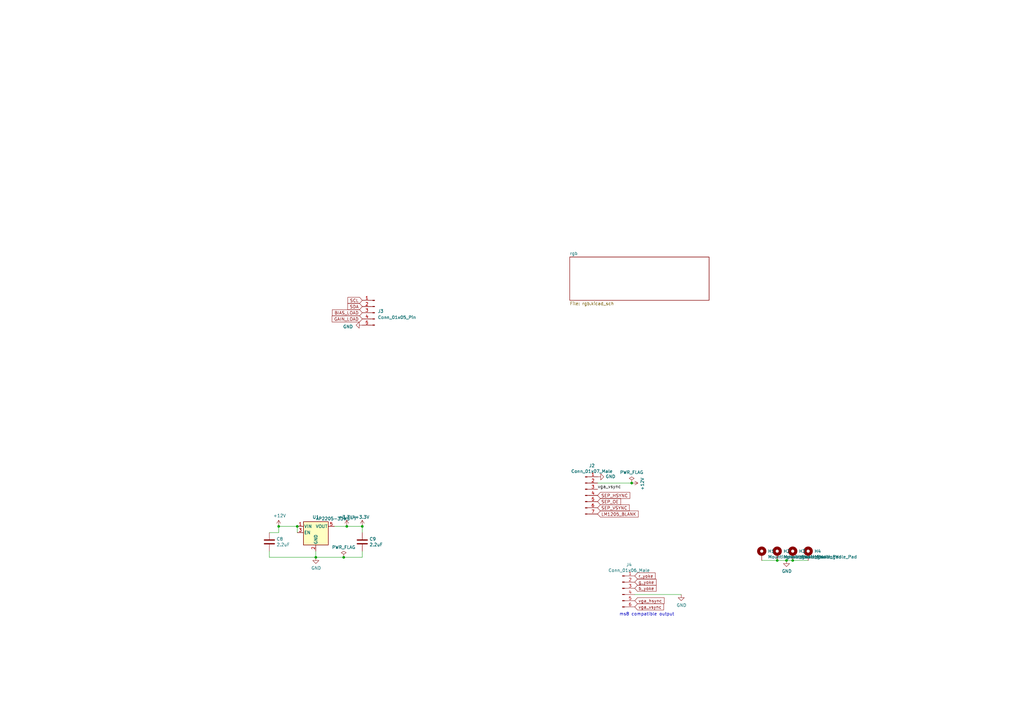
<source format=kicad_sch>
(kicad_sch (version 20230121) (generator eeschema)
  (paper "A3")
  (lib_symbols
    (symbol "Connector:Conn_01x05_Pin" (pin_names (offset 1.016) hide)
      (property "Reference" "J" (at 0 7.62 0))
      (property "Value" "Conn_01x05_Pin" (at 0 -7.62 0))
      (symbol "Conn_01x05_Pin_1_1"
        (polyline (pts (xy 1.27 -5.08) (xy 0.8636 -5.08)) (stroke (width 0.1524)))
        (polyline (pts (xy 1.27 -2.54) (xy 0.8636 -2.54)) (stroke (width 0.1524)))
        (polyline (pts (xy 1.27 0) (xy 0.8636 0)) (stroke (width 0.1524)))
        (polyline (pts (xy 1.27 2.54) (xy 0.8636 2.54)) (stroke (width 0.1524)))
        (polyline (pts (xy 1.27 5.08) (xy 0.8636 5.08)) (stroke (width 0.1524)))
        (rectangle (start 0.8636 -4.953) (end 0 -5.207) (stroke (width 0.1524)) (fill (type outline)))
        (rectangle (start 0.8636 -2.413) (end 0 -2.667) (stroke (width 0.1524)) (fill (type outline)))
        (rectangle (start 0.8636 0.127) (end 0 -0.127) (stroke (width 0.1524)) (fill (type outline)))
        (rectangle (start 0.8636 2.667) (end 0 2.413) (stroke (width 0.1524)) (fill (type outline)))
        (rectangle (start 0.8636 5.207) (end 0 4.953) (stroke (width 0.1524)) (fill (type outline)))
        (pin passive line (at 5.08 5.08 180) (length 3.81) (name "Pin_1") (number "1"))
        (pin passive line (at 5.08 2.54 180) (length 3.81) (name "Pin_2") (number "2"))
        (pin passive line (at 5.08 0 180) (length 3.81) (name "Pin_3") (number "3"))
        (pin passive line (at 5.08 -2.54 180) (length 3.81) (name "Pin_4") (number "4"))
        (pin passive line (at 5.08 -5.08 180) (length 3.81) (name "Pin_5") (number "5"))
      )
    )
    (symbol "Connector:Conn_01x06_Male" (pin_names (offset 1.016) hide)
      (property "Reference" "J" (at 0 7.62 0))
      (property "Value" "Conn_01x06_Male" (at 0 -10.16 0))
      (symbol "Conn_01x06_Male_1_1"
        (polyline (pts (xy 1.27 -7.62) (xy 0.8636 -7.62)) (stroke (width 0.1524)))
        (polyline (pts (xy 1.27 -5.08) (xy 0.8636 -5.08)) (stroke (width 0.1524)))
        (polyline (pts (xy 1.27 -2.54) (xy 0.8636 -2.54)) (stroke (width 0.1524)))
        (polyline (pts (xy 1.27 0) (xy 0.8636 0)) (stroke (width 0.1524)))
        (polyline (pts (xy 1.27 2.54) (xy 0.8636 2.54)) (stroke (width 0.1524)))
        (polyline (pts (xy 1.27 5.08) (xy 0.8636 5.08)) (stroke (width 0.1524)))
        (rectangle (start 0.8636 -7.493) (end 0 -7.747) (stroke (width 0.1524)) (fill (type outline)))
        (rectangle (start 0.8636 -4.953) (end 0 -5.207) (stroke (width 0.1524)) (fill (type outline)))
        (rectangle (start 0.8636 -2.413) (end 0 -2.667) (stroke (width 0.1524)) (fill (type outline)))
        (rectangle (start 0.8636 0.127) (end 0 -0.127) (stroke (width 0.1524)) (fill (type outline)))
        (rectangle (start 0.8636 2.667) (end 0 2.413) (stroke (width 0.1524)) (fill (type outline)))
        (rectangle (start 0.8636 5.207) (end 0 4.953) (stroke (width 0.1524)) (fill (type outline)))
        (pin passive line (at 5.08 5.08 180) (length 3.81) (name "Pin_1") (number "1"))
        (pin passive line (at 5.08 2.54 180) (length 3.81) (name "Pin_2") (number "2"))
        (pin passive line (at 5.08 0 180) (length 3.81) (name "Pin_3") (number "3"))
        (pin passive line (at 5.08 -2.54 180) (length 3.81) (name "Pin_4") (number "4"))
        (pin passive line (at 5.08 -5.08 180) (length 3.81) (name "Pin_5") (number "5"))
        (pin passive line (at 5.08 -7.62 180) (length 3.81) (name "Pin_6") (number "6"))
      )
    )
    (symbol "Connector:Conn_01x07_Male" (pin_names (offset 1.016) hide)
      (property "Reference" "J" (at 0 10.16 0))
      (property "Value" "Conn_01x07_Male" (at 0 -10.16 0))
      (symbol "Conn_01x07_Male_1_1"
        (polyline (pts (xy 1.27 -7.62) (xy 0.8636 -7.62)) (stroke (width 0.1524)))
        (polyline (pts (xy 1.27 -5.08) (xy 0.8636 -5.08)) (stroke (width 0.1524)))
        (polyline (pts (xy 1.27 -2.54) (xy 0.8636 -2.54)) (stroke (width 0.1524)))
        (polyline (pts (xy 1.27 0) (xy 0.8636 0)) (stroke (width 0.1524)))
        (polyline (pts (xy 1.27 2.54) (xy 0.8636 2.54)) (stroke (width 0.1524)))
        (polyline (pts (xy 1.27 5.08) (xy 0.8636 5.08)) (stroke (width 0.1524)))
        (polyline (pts (xy 1.27 7.62) (xy 0.8636 7.62)) (stroke (width 0.1524)))
        (rectangle (start 0.8636 -7.493) (end 0 -7.747) (stroke (width 0.1524)) (fill (type outline)))
        (rectangle (start 0.8636 -4.953) (end 0 -5.207) (stroke (width 0.1524)) (fill (type outline)))
        (rectangle (start 0.8636 -2.413) (end 0 -2.667) (stroke (width 0.1524)) (fill (type outline)))
        (rectangle (start 0.8636 0.127) (end 0 -0.127) (stroke (width 0.1524)) (fill (type outline)))
        (rectangle (start 0.8636 2.667) (end 0 2.413) (stroke (width 0.1524)) (fill (type outline)))
        (rectangle (start 0.8636 5.207) (end 0 4.953) (stroke (width 0.1524)) (fill (type outline)))
        (rectangle (start 0.8636 7.747) (end 0 7.493) (stroke (width 0.1524)) (fill (type outline)))
        (pin passive line (at 5.08 7.62 180) (length 3.81) (name "Pin_1") (number "1"))
        (pin passive line (at 5.08 5.08 180) (length 3.81) (name "Pin_2") (number "2"))
        (pin passive line (at 5.08 2.54 180) (length 3.81) (name "Pin_3") (number "3"))
        (pin passive line (at 5.08 0 180) (length 3.81) (name "Pin_4") (number "4"))
        (pin passive line (at 5.08 -2.54 180) (length 3.81) (name "Pin_5") (number "5"))
        (pin passive line (at 5.08 -5.08 180) (length 3.81) (name "Pin_6") (number "6"))
        (pin passive line (at 5.08 -7.62 180) (length 3.81) (name "Pin_7") (number "7"))
      )
    )
    (symbol "Device:C" (pin_numbers hide) (pin_names (offset 0.254))
      (property "Reference" "C" (at 0.635 2.54 0))
      (property "Value" "C" (at 0.635 -2.54 0))
      (symbol "C_0_1"
        (polyline (pts (xy -2.032 -0.762) (xy 2.032 -0.762)) (stroke (width 0.508)))
        (polyline (pts (xy -2.032 0.762) (xy 2.032 0.762)) (stroke (width 0.508)))
      )
      (symbol "C_1_1"
        (pin passive line (at 0 3.81 270) (length 2.794) (name "~") (number "1"))
        (pin passive line (at 0 -3.81 90) (length 2.794) (name "~") (number "2"))
      )
    )
    (symbol "Mechanical:MountingHole_Pad" (pin_numbers hide) (pin_names (offset 1.016) hide)
      (property "Reference" "H" (at 0 6.35 0))
      (property "Value" "MountingHole_Pad" (at 0 4.445 0))
      (symbol "MountingHole_Pad_0_1"
        (circle (center 0 1.27) (radius 1.27) (stroke (width 1.27)))
      )
      (symbol "MountingHole_Pad_1_1"
        (pin input line (at 0 -2.54 90) (length 2.54) (name "1") (number "1"))
      )
    )
    (symbol "Regulator_Linear:AP2204K-3.3" (pin_names (offset 0.254))
      (property "Reference" "U" (at -5.08 5.715 0))
      (property "Value" "AP2204K-3.3" (at 0 5.715 0))
      (symbol "AP2204K-3.3_0_1"
        (rectangle (start -5.08 4.445) (end 5.08 -5.08) (stroke (width 0.254)) (fill (type background)))
      )
      (symbol "AP2204K-3.3_1_1"
        (pin power_in line (at -7.62 2.54 0) (length 2.54) (name "VIN") (number "1"))
        (pin power_in line (at 0 -7.62 90) (length 2.54) (name "GND") (number "2"))
        (pin input line (at -7.62 0 0) (length 2.54) (name "EN") (number "3"))
        (pin no_connect line (at 5.08 0 180) (length 2.54) hide (name "NC") (number "4"))
        (pin power_out line (at 7.62 2.54 180) (length 2.54) (name "VOUT") (number "5"))
      )
    )
    (symbol "power:+12V" (power) (pin_names (offset 0))
      (property "Value" "+12V" (at 0 3.556 0))
      (symbol "+12V_0_1"
        (polyline (pts (xy -0.762 1.27) (xy 0 2.54)))
        (polyline (pts (xy 0 0) (xy 0 2.54)))
        (polyline (pts (xy 0 2.54) (xy 0.762 1.27)))
      )
      (symbol "+12V_1_1"
        (pin power_in line (at 0 0 90) (length 0) hide (name "+12V") (number "1"))
      )
    )
    (symbol "power:+3.3V" (power) (pin_names (offset 0))
      (property "Value" "+3.3V" (at 0 3.556 0))
      (symbol "+3.3V_0_1"
        (polyline (pts (xy -0.762 1.27) (xy 0 2.54)))
        (polyline (pts (xy 0 0) (xy 0 2.54)))
        (polyline (pts (xy 0 2.54) (xy 0.762 1.27)))
      )
      (symbol "+3.3V_1_1"
        (pin power_in line (at 0 0 90) (length 0) hide (name "+3.3V") (number "1"))
      )
    )
    (symbol "power:+3.3VA" (power) (pin_names (offset 0))
      (property "Value" "+3.3VA" (at 0 3.556 0))
      (symbol "+3.3VA_0_1"
        (polyline (pts (xy -0.762 1.27) (xy 0 2.54)))
        (polyline (pts (xy 0 0) (xy 0 2.54)))
        (polyline (pts (xy 0 2.54) (xy 0.762 1.27)))
      )
      (symbol "+3.3VA_1_1"
        (pin power_in line (at 0 0 90) (length 0) hide (name "+3.3VA") (number "1"))
      )
    )
    (symbol "power:GND" (power) (pin_names (offset 0))
      (property "Value" "GND" (at 0 -3.81 0))
      (symbol "GND_0_1"
        (polyline (pts (xy 0 0) (xy 0 -1.27) (xy 1.27 -1.27) (xy 0 -2.54) (xy -1.27 -1.27) (xy 0 -1.27)))
      )
      (symbol "GND_1_1"
        (pin power_in line (at 0 0 270) (length 0) hide (name "GND") (number "1"))
      )
    )
    (symbol "power:PWR_FLAG" (power) (pin_numbers hide) (pin_names (offset 0) hide)
      (property "Value" "PWR_FLAG" (at 0 3.81 0))
      (symbol "PWR_FLAG_0_0"
        (pin power_out line (at 0 0 90) (length 0) (name "pwr") (number "1"))
      )
      (symbol "PWR_FLAG_0_1"
        (polyline (pts (xy 0 0) (xy 0 1.27) (xy -1.016 1.905) (xy 0 2.54) (xy 1.016 1.905) (xy 0 1.27)))
      )
    )
  )
  (junction (at 129.54 228.6))
  (junction (at 140.97 228.6))
  (junction (at 114.3 215.9))
  (junction (at 318.77 229.87))
  (junction (at 121.92 215.9))
  (junction (at 142.24 215.9))
  (junction (at 325.12 229.87))
  (junction (at 148.59 215.9))
  (junction (at 259.08 198.12))
  (junction (at 322.58 229.87))
  (wire (pts (xy 140.97 228.6) (xy 148.59 228.6)))
  (wire (pts (xy 114.3 215.9) (xy 121.92 215.9)))
  (wire (pts (xy 318.77 229.87) (xy 322.58 229.87)))
  (wire (pts (xy 260.35 243.84) (xy 279.4 243.84)))
  (wire (pts (xy 259.08 198.12) (xy 245.11 198.12)))
  (wire (pts (xy 110.49 228.6) (xy 129.54 228.6)))
  (wire (pts (xy 129.54 228.6) (xy 140.97 228.6)))
  (wire (pts (xy 142.24 215.9) (xy 148.59 215.9)))
  (wire (pts (xy 331.47 229.87) (xy 325.12 229.87)))
  (wire (pts (xy 110.49 228.6) (xy 110.49 226.06)))
  (wire (pts (xy 148.59 228.6) (xy 148.59 226.06)))
  (wire (pts (xy 129.54 226.06) (xy 129.54 228.6)))
  (wire (pts (xy 322.58 229.87) (xy 325.12 229.87)))
  (wire (pts (xy 312.42 229.87) (xy 318.77 229.87)))
  (wire (pts (xy 137.16 215.9) (xy 142.24 215.9)))
  (wire (pts (xy 148.59 215.9) (xy 148.59 218.44)))
  (wire (pts (xy 110.49 218.44) (xy 114.3 218.44)))
  (wire (pts (xy 114.3 215.9) (xy 114.3 218.44)))
  (wire (pts (xy 121.92 215.9) (xy 121.92 218.44)))
  (text "ms8 compatible output" (at 254 252.73 0) (effects (font (size 1.27 1.27)) (justify left bottom)))
  (label "vga_vsync" (at 245.11 200.66 0))
  (global_label "b_yoke" (shape input) (at 260.35 241.3 0) (property "Intersheetrefs" "${INTERSHEET_REFS}" (effects hide)))
  (global_label "GAIN_LOAD" (shape input) (at 148.59 130.81 180) (property "Intersheetrefs" "${INTERSHEET_REFS}" (effects hide)))
  (global_label "SEP_HSYNC" (shape input) (at 245.11 203.2 0) (property "Intersheetrefs" "${INTERSHEET_REFS}" (effects hide)))
  (global_label "SDA" (shape input) (at 148.59 125.73 180) (property "Intersheetrefs" "${INTERSHEET_REFS}" (effects hide)))
  (global_label "BIAS_LOAD" (shape input) (at 148.59 128.27 180) (property "Intersheetrefs" "${INTERSHEET_REFS}" (effects hide)))
  (global_label "LM1205_BLANK" (shape input) (at 245.11 210.82 0) (property "Intersheetrefs" "${INTERSHEET_REFS}" (effects hide)))
  (global_label "SCL" (shape input) (at 148.59 123.19 180) (property "Intersheetrefs" "${INTERSHEET_REFS}" (effects hide)))
  (global_label "g_yoke" (shape input) (at 260.35 238.76 0) (property "Intersheetrefs" "${INTERSHEET_REFS}" (effects hide)))
  (global_label "vga_vsync" (shape input) (at 260.35 248.92 0) (property "Intersheetrefs" "${INTERSHEET_REFS}" (effects hide)))
  (global_label "SEP_OE" (shape input) (at 245.11 205.74 0) (property "Intersheetrefs" "${INTERSHEET_REFS}" (effects hide)))
  (global_label "r_yoke" (shape input) (at 260.35 236.22 0) (property "Intersheetrefs" "${INTERSHEET_REFS}" (effects hide)))
  (global_label "SEP_VSYNC" (shape input) (at 245.11 208.28 0) (property "Intersheetrefs" "${INTERSHEET_REFS}" (effects hide)))
  (global_label "vga_hsync" (shape input) (at 260.35 246.38 0) (property "Intersheetrefs" "${INTERSHEET_REFS}" (effects hide)))
  (symbol (lib_id "Device:C") (at 148.59 222.25 0) (unit 1)
    (property "Reference" "C9" (at 151.511 221.0816 0) (effects (justify left)))
    (property "Value" "2.2uF" (at 151.511 223.393 0) (effects (justify left)))
    (property "Footprint" "Capacitor_SMD:C_0805_2012Metric" (effects hide))
    (property "Digikey" "490-14467-1-ND" (effects hide))
  )
  (symbol (lib_id "Mechanical:MountingHole_Pad") (at 312.42 227.33 0) (unit 1)
    (property "Reference" "H1" (at 314.96 226.0854 0) (effects (justify left)))
    (property "Value" "MountingHole_Pad" (at 314.96 228.3968 0) (effects (justify left)))
    (property "Footprint" "MountingHole:MountingHole_3.2mm_M3_Pad_Via" (effects hide))
  )
  (symbol (lib_id "Mechanical:MountingHole_Pad") (at 318.77 227.33 0) (unit 1)
    (property "Reference" "H2" (at 321.31 226.0854 0) (effects (justify left)))
    (property "Value" "MountingHole_Pad" (at 321.31 228.3968 0) (effects (justify left)))
    (property "Footprint" "MountingHole:MountingHole_3.2mm_M3_Pad_Via" (effects hide))
  )
  (symbol (lib_id "Mechanical:MountingHole_Pad") (at 325.12 227.33 0) (unit 1)
    (property "Reference" "H3" (at 327.66 226.0854 0) (effects (justify left)))
    (property "Value" "MountingHole_Pad" (at 327.66 228.3968 0) (effects (justify left)))
    (property "Footprint" "MountingHole:MountingHole_3.2mm_M3_Pad_Via" (effects hide))
  )
  (symbol (lib_id "Mechanical:MountingHole_Pad") (at 331.47 227.33 0) (unit 1)
    (property "Reference" "H4" (at 334.01 226.0854 0) (effects (justify left)))
    (property "Value" "MountingHole_Pad" (at 334.01 228.3968 0) (effects (justify left)))
    (property "Footprint" "MountingHole:MountingHole_3.2mm_M3_Pad_Via" (effects hide))
  )
  (symbol (lib_id "power:GND") (at 129.54 228.6 0) (unit 1)
    (property "Reference" "#PWR016" (effects hide))
    (property "Value" "GND" (at 129.667 232.9942 0))
  )
  (symbol (lib_id "power:+12V") (at 114.3 215.9 0) (unit 1)
    (property "Reference" "#PWR015" (effects hide))
    (property "Value" "+12V" (at 114.681 211.5058 0))
  )
  (symbol (lib_id "power:+12V") (at 259.08 198.12 270) (unit 1)
    (property "Reference" "#PWR024" (effects hide))
    (property "Value" "+12V" (at 263.4742 198.501 0))
  )
  (symbol (lib_id "power:GND") (at 322.58 229.87 0) (unit 1)
    (property "Reference" "#PWR0107" (effects hide))
    (property "Value" "GND" (at 322.707 234.2642 0))
  )
  (symbol (lib_id "Device:C") (at 110.49 222.25 0) (unit 1)
    (property "Reference" "C8" (at 113.411 221.0816 0) (effects (justify left)))
    (property "Value" "2.2uF" (at 113.411 223.393 0) (effects (justify left)))
    (property "Footprint" "Capacitor_SMD:C_0805_2012Metric" (effects hide))
    (property "Digikey" "490-14467-1-ND" (effects hide))
  )
  (symbol (lib_id "power:GND") (at 245.11 195.58 90) (unit 1)
    (property "Reference" "#PWR023" (effects hide))
    (property "Value" "GND" (at 248.3612 195.453 90) (effects (justify right)))
  )
  (symbol (lib_id "Connector:Conn_01x07_Male") (at 240.03 203.2 0) (unit 1)
    (property "Reference" "J2" (at 242.7732 190.9826 0))
    (property "Value" "Conn_01x07_Male" (at 242.7732 193.294 0))
    (property "Footprint" "Connector_JST:JST_XH_B7B-XH-A_1x07_P2.50mm_Vertical" (effects hide))
    (property "Digikey" "1175-51025-07-0100-01-ND" (effects hide))
  )
  (symbol (lib_id "power:PWR_FLAG") (at 259.08 198.12 0) (unit 1)
    (property "Reference" "#FLG0101" (effects hide))
    (property "Value" "PWR_FLAG" (at 259.08 193.7258 0))
  )
  (symbol (lib_id "Connector:Conn_01x05_Pin") (at 153.67 128.27 0) (mirror y) (unit 1)
    (property "Reference" "J3" (at 154.94 127.635 0) (effects (justify right)))
    (property "Value" "Conn_01x05_Pin" (at 154.94 130.175 0) (effects (justify right)))
    (property "Footprint" "Connector_JST:JST_XH_B5B-XH-A_1x05_P2.50mm_Vertical" (effects hide))
    (property "Digikey" "B5B-XH-A" (effects hide))
  )
  (symbol (lib_id "Connector:Conn_01x06_Male") (at 255.27 241.3 0) (unit 1)
    (property "Reference" "J4" (at 258.0132 231.6226 0))
    (property "Value" "Conn_01x06_Male" (at 258.0132 233.934 0))
    (property "Footprint" "Connector_JST:JST_EH_B6B-EH-A_1x06_P2.50mm_Vertical" (effects hide))
    (property "Digikey" "455-1615-ND" (effects hide))
  )
  (symbol (lib_id "Regulator_Linear:AP2204K-3.3") (at 129.54 218.44 0) (unit 1)
    (property "Reference" "U1" (at 129.54 212.09 0))
    (property "Value" "AP2205-33W5-7" (at 129.54 212.725 0) (effects (justify left)))
    (property "Footprint" "Package_TO_SOT_SMD:SOT-23-5" (effects hide))
    (property "Datasheet" "https://www.diodes.com/assets/Datasheets/AP2204.pdf" (effects hide))
    (property "Digikey" "31-AP2205-33W5-7CT-ND" (effects hide))
  )
  (symbol (lib_id "power:+3.3V") (at 148.59 215.9 0) (unit 1)
    (property "Reference" "#PWR07" (effects hide))
    (property "Value" "+3.3V" (at 148.59 212.09 0))
  )
  (symbol (lib_id "power:+3.3VA") (at 142.24 215.9 0) (unit 1)
    (property "Reference" "#PWR08" (effects hide))
    (property "Value" "+3.3VA" (at 142.24 212.09 0))
  )
  (symbol (lib_id "power:GND") (at 148.59 133.35 270) (unit 1)
    (property "Reference" "#PWR06" (effects hide))
    (property "Value" "GND" (at 144.78 133.985 90) (effects (justify right)))
  )
  (symbol (lib_id "power:GND") (at 279.4 243.84 0) (unit 1)
    (property "Reference" "#PWR05" (effects hide))
    (property "Value" "GND" (at 279.527 248.2342 0))
  )
  (symbol (lib_id "power:PWR_FLAG") (at 140.97 228.6 0) (unit 1)
    (property "Reference" "#FLG01" (effects hide))
    (property "Value" "PWR_FLAG" (at 140.97 224.4669 0))
  )
  (sheet (at 233.68 105.41) (size 57.15 17.78) (stroke (width 0.1524))
    (property "Sheetname" "rgb" (at 233.68 104.6984 0) (effects (justify left bottom)))
    (property "Sheetfile" "rgb.kicad_sch" (at 233.68 123.7746 0) (effects (justify left top)))
  )
)
</source>
